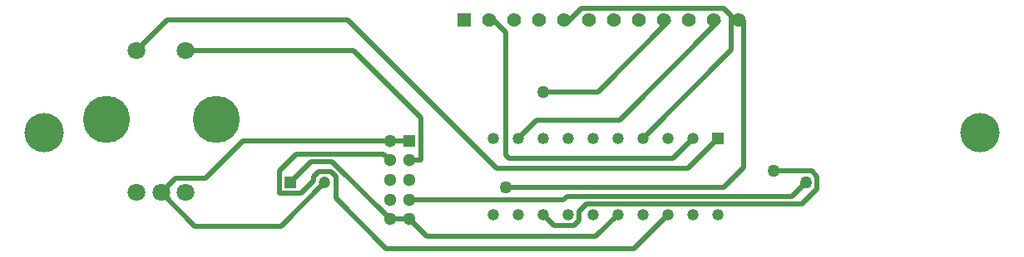
<source format=gbr>
G04*
G04 #@! TF.GenerationSoftware,Altium Limited,Altium Designer,24.4.1 (13)*
G04*
G04 Layer_Physical_Order=2*
G04 Layer_Color=16711680*
%FSLAX25Y25*%
%MOIN*%
G70*
G04*
G04 #@! TF.SameCoordinates,C8804EEA-F542-44AB-9C48-69CCBEB50276*
G04*
G04*
G04 #@! TF.FilePolarity,Positive*
G04*
G01*
G75*
%ADD24C,0.05118*%
%ADD25R,0.05118X0.05118*%
%ADD28C,0.02000*%
%ADD31C,0.07087*%
%ADD32C,0.18898*%
%ADD33C,0.05610*%
%ADD34R,0.05610X0.05610*%
%ADD35C,0.04724*%
%ADD36R,0.04724X0.04724*%
%ADD37C,0.04685*%
%ADD38R,0.04685X0.04685*%
%ADD39C,0.15748*%
%ADD40C,0.05000*%
D24*
X316063Y357752D02*
D03*
Y365626D02*
D03*
Y373500D02*
D03*
Y381374D02*
D03*
Y389248D02*
D03*
X323937Y357752D02*
D03*
Y365626D02*
D03*
Y373500D02*
D03*
Y381374D02*
D03*
D25*
Y389248D02*
D03*
D28*
X377500Y409000D02*
X399500D01*
X428000Y437500D01*
X257248Y389248D02*
X316063D01*
X242300Y374300D02*
X257248Y389248D01*
X230328Y374300D02*
X242300D01*
X224500Y368472D02*
X230328Y374300D01*
X234343Y425559D02*
X301641D01*
X328500Y398700D01*
Y381600D02*
Y398700D01*
X324163Y381600D02*
X328500D01*
X323937Y381374D02*
X324163Y381600D01*
X358000Y437500D02*
X362500Y433000D01*
Y383450D02*
Y433000D01*
Y383450D02*
X363750Y382200D01*
X429385D01*
X437500Y390315D01*
X214657Y425559D02*
X226898Y437800D01*
X299100D01*
X358700Y378200D01*
X435385D01*
X447500Y390315D01*
X458000Y378400D02*
Y437500D01*
X450000Y370400D02*
X458000Y378400D01*
X362500Y370400D02*
X450000D01*
X224500Y368472D02*
X237972Y355000D01*
X272500D01*
X290000Y372500D01*
X293015Y380800D02*
X316063Y357752D01*
X284520Y380800D02*
X293015D01*
X276220Y372500D02*
X284520Y380800D01*
X313437Y384000D02*
X316063Y381374D01*
X278500Y384000D02*
X313437D01*
X271800Y377300D02*
X278500Y384000D01*
X271800Y368100D02*
Y377300D01*
Y368100D02*
X280600D01*
X285600Y373100D01*
Y375000D01*
X287500Y376900D01*
X292500D01*
X294400Y375000D01*
Y366100D02*
Y375000D01*
Y366100D02*
X314500Y346000D01*
X413815D01*
X427500Y359685D01*
X477228Y367028D02*
X482800Y372600D01*
X387079Y367028D02*
X477228D01*
X385677Y365626D02*
X387079Y367028D01*
X323937Y365626D02*
X385677D01*
X377500Y359685D02*
X381885Y355300D01*
X390000D01*
X391900Y357200D01*
Y360928D01*
X395000Y364028D01*
X481328D01*
X487300Y370000D01*
Y375000D01*
X485200Y377100D02*
X487300Y375000D01*
X469700Y377100D02*
X485200D01*
X367500Y390315D02*
X374843Y397658D01*
X408158D01*
X448000Y437500D01*
X417500Y390315D02*
X452900Y425715D01*
Y439500D01*
X450000Y442400D02*
X452900Y439500D01*
X392900Y442400D02*
X450000D01*
X388000Y437500D02*
X392900Y442400D01*
X323937Y357752D02*
X330839Y350850D01*
X398665D01*
X407500Y359685D01*
X316063Y357752D02*
X323937D01*
X316063Y389248D02*
X323937D01*
D31*
X214657Y368472D02*
D03*
X234343D02*
D03*
X224500D02*
D03*
X214657Y425559D02*
D03*
X234343D02*
D03*
D32*
X246547Y398000D02*
D03*
X202453D02*
D03*
D33*
X456000Y438000D02*
D03*
X366000D02*
D03*
X356000D02*
D03*
X386000D02*
D03*
X376000D02*
D03*
X396000D02*
D03*
X406000D02*
D03*
X446000D02*
D03*
X416000D02*
D03*
X426000D02*
D03*
X436000D02*
D03*
D34*
X346000D02*
D03*
D35*
X290000Y372500D02*
D03*
D36*
X276220D02*
D03*
D37*
X447500Y359685D02*
D03*
X437500D02*
D03*
X427500D02*
D03*
X417500D02*
D03*
X407500D02*
D03*
X397500D02*
D03*
X387500D02*
D03*
X377500D02*
D03*
X367500D02*
D03*
X357500D02*
D03*
Y390315D02*
D03*
X367500D02*
D03*
X377500D02*
D03*
X387500D02*
D03*
X397500D02*
D03*
X407500D02*
D03*
X417500D02*
D03*
X427500D02*
D03*
X437500D02*
D03*
D38*
X447500D02*
D03*
D39*
X177500Y392500D02*
D03*
X552500D02*
D03*
D40*
X377500Y409000D02*
D03*
X362500Y370400D02*
D03*
X482800Y372600D02*
D03*
X469700Y377100D02*
D03*
M02*

</source>
